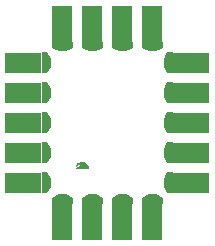
<source format=gbs>
G04 DipTrace 2.4.0.2*
%INdigipot.gbs*%
%MOMM*%
%ADD50R,1.75X2.082*%
%ADD51R,1.75X1.65*%
%ADD52R,2.082X1.75*%
%ADD54R,2.05X1.75*%
%ADD56R,1.65X1.75*%
%FSLAX53Y53*%
G04*
G71*
G90*
G75*
G01*
%LNBotMask*%
%LPD*%
D56*
X11278Y13818D3*
G36*
X12553Y12943D2*
X12048D1*
Y14693D1*
X12553D1*
X12833Y14149D1*
Y13487D1*
X12553Y12943D1*
G37*
D54*
X10008Y13818D3*
D56*
X11278Y21438D3*
Y18898D3*
Y16358D3*
G36*
X12553Y18023D2*
X12048D1*
Y19773D1*
X12553D1*
X12833Y19229D1*
Y18567D1*
X12553Y18023D1*
G37*
G36*
Y20563D2*
X12053D1*
Y22313D1*
X12553D1*
X12833Y21769D1*
Y21107D1*
X12553Y20563D1*
G37*
D52*
X10008Y21438D3*
G36*
X12553Y15483D2*
X12048D1*
Y17233D1*
X12553D1*
X12833Y16689D1*
Y16027D1*
X12553Y15483D1*
G37*
D52*
X10008Y18898D3*
Y16358D3*
D51*
X16358Y26518D3*
X13818D3*
D50*
X16358Y27788D3*
X13818D3*
G36*
X12943Y25243D2*
Y25748D1*
X14693D1*
Y25243D1*
X14149Y24963D1*
X13487D1*
X12943Y25243D1*
G37*
G36*
X15483D2*
Y25743D1*
X17233D1*
Y25243D1*
X16689Y24963D1*
X16027D1*
X15483Y25243D1*
G37*
D51*
X21438Y26518D3*
X18898D3*
D50*
X21438Y27788D3*
X18898D3*
G36*
X18023Y25243D2*
Y25748D1*
X19773D1*
Y25243D1*
X19229Y24963D1*
X18567D1*
X18023Y25243D1*
G37*
G36*
X20563D2*
Y25743D1*
X22313D1*
Y25243D1*
X21769Y24963D1*
X21107D1*
X20563Y25243D1*
G37*
D56*
X23978Y16358D3*
Y18898D3*
Y21438D3*
G36*
X22703Y19773D2*
X23208D1*
Y18023D1*
X22703D1*
X22423Y18567D1*
Y19229D1*
X22703Y19773D1*
G37*
G36*
Y17233D2*
X23203D1*
Y15483D1*
X22703D1*
X22423Y16027D1*
Y16689D1*
X22703Y17233D1*
G37*
D52*
X25248Y16358D3*
G36*
X22703Y22313D2*
X23208D1*
Y20563D1*
X22703D1*
X22423Y21107D1*
Y21769D1*
X22703Y22313D1*
G37*
D52*
X25248Y18898D3*
Y21438D3*
D56*
X23978Y13818D3*
G36*
X22703Y14693D2*
X23208D1*
Y12943D1*
X22703D1*
X22423Y13487D1*
Y14149D1*
X22703Y14693D1*
G37*
D54*
X25248Y13818D3*
D51*
X21438Y11278D3*
X18898D3*
X16358D3*
X13818D3*
G36*
X19773Y12553D2*
Y12048D1*
X18023D1*
Y12553D1*
X18567Y12833D1*
X19229D1*
X19773Y12553D1*
G37*
G36*
X22313D2*
Y12048D1*
X20563D1*
Y12553D1*
X21107Y12833D1*
X21769D1*
X22313Y12553D1*
G37*
G36*
X14693D2*
Y12048D1*
X12943D1*
Y12553D1*
X13487Y12833D1*
X14149D1*
X14693Y12553D1*
G37*
G36*
X17233D2*
Y12048D1*
X15483D1*
Y12553D1*
X16027Y12833D1*
X16689D1*
X17233Y12553D1*
G37*
D50*
X13818Y10008D3*
X16358D3*
X18898D3*
X21438D3*
D56*
X11278Y23978D3*
G36*
X12553Y23103D2*
X12048D1*
Y24853D1*
X12553D1*
X12833Y24309D1*
Y23647D1*
X12553Y23103D1*
G37*
D54*
X10008Y23978D3*
D56*
X23978D3*
G36*
X22703Y24853D2*
X23208D1*
Y23103D1*
X22703D1*
X22423Y23647D1*
Y24309D1*
X22703Y24853D1*
G37*
D54*
X25248Y23978D3*
G36*
X16069Y14972D2*
X16040Y15163D1*
X15980Y15310D1*
X15904Y15404D1*
X15827Y15480D1*
X15715Y15544D1*
X15650Y15569D1*
X15554Y15589D1*
X15504Y15599D1*
X15421Y15605D1*
X15356Y15582D1*
X15318Y15544D1*
X15293Y15518D1*
X15229Y15505D1*
X15203Y15511D1*
X15153Y15525D1*
X15125Y15556D1*
X15026Y15475D1*
X15076Y15398D1*
Y15381D1*
X14988Y15345D1*
X14975Y15290D1*
X14965Y15188D1*
X15218Y15295D1*
X15250D1*
X15293Y15287D1*
X15303Y15264D1*
X15283Y15213D1*
X15167Y15150D1*
X14996Y15079D1*
X15021Y15028D1*
X15085Y14974D1*
X15275Y15048D1*
X15269Y15010D1*
Y14972D1*
X16069D1*
G37*
M02*

</source>
